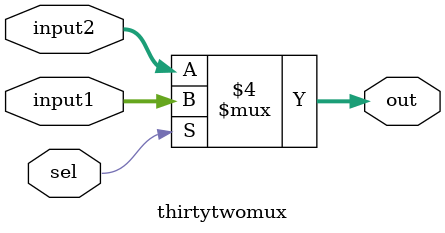
<source format=v>

module thirtytwomux(input sel, input [31:0] input1, input [31:0] input2, output reg [31:0] out);
integer i;
always @(*)
begin
	if (sel == 1'b1) out[31:0] = input1[31:0];
	else		out[31:0] = input2[31:0];	
end
endmodule

</source>
